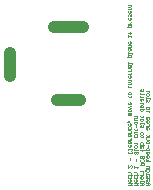
<source format=gm1>
G04*
G04 #@! TF.GenerationSoftware,Altium Limited,Altium Designer,18.1.6 (161)*
G04*
G04 Layer_Color=16711935*
%FSLAX25Y25*%
%MOIN*%
G70*
G01*
G75*
%ADD68C,0.03937*%
%ADD69C,0.00118*%
D68*
X966500Y108500D02*
X974374D01*
X950752Y116374D02*
Y124248D01*
X965516Y132909D02*
X975358D01*
D69*
X990382Y80098D02*
X991562D01*
X991169Y80492D01*
X991562Y80886D01*
X990382D01*
Y81870D02*
Y81476D01*
X990578Y81279D01*
X990972D01*
X991169Y81476D01*
Y81870D01*
X990972Y82066D01*
X990775D01*
Y81279D01*
X991169Y83247D02*
Y82657D01*
X990972Y82460D01*
X990578D01*
X990382Y82657D01*
Y83247D01*
X991562Y83641D02*
X990382D01*
X990972D01*
X991169Y83837D01*
Y84231D01*
X990972Y84428D01*
X990382D01*
Y86789D02*
Y86002D01*
X991169Y86789D01*
X991366D01*
X991562Y86592D01*
Y86199D01*
X991366Y86002D01*
X990972Y88363D02*
Y89151D01*
X991366Y91512D02*
X991562Y91315D01*
Y90922D01*
X991366Y90725D01*
X990578D01*
X990382Y90922D01*
Y91315D01*
X990578Y91512D01*
X990382Y91906D02*
Y92299D01*
Y92102D01*
X991562D01*
Y91906D01*
X990382Y93480D02*
Y93086D01*
X990578Y92889D01*
X990972D01*
X991169Y93086D01*
Y93480D01*
X990972Y93677D01*
X990775D01*
Y92889D01*
X991169Y94267D02*
Y94661D01*
X990972Y94857D01*
X990382D01*
Y94267D01*
X990578Y94070D01*
X990775Y94267D01*
Y94857D01*
X991169Y95251D02*
X990382D01*
X990775D01*
X990972Y95448D01*
X991169Y95644D01*
Y95841D01*
Y96628D02*
Y97022D01*
X990972Y97219D01*
X990382D01*
Y96628D01*
X990578Y96432D01*
X990775Y96628D01*
Y97219D01*
X990382Y97612D02*
X991169D01*
Y98203D01*
X990972Y98400D01*
X990382D01*
X991169Y99580D02*
Y98990D01*
X990972Y98793D01*
X990578D01*
X990382Y98990D01*
Y99580D01*
Y100564D02*
Y100171D01*
X990578Y99974D01*
X990972D01*
X991169Y100171D01*
Y100564D01*
X990972Y100761D01*
X990775D01*
Y99974D01*
X990185Y101351D02*
X990382Y101548D01*
X990578D01*
Y101351D01*
X990382D01*
Y101548D01*
X990185Y101351D01*
X989988Y101155D01*
X990382Y103516D02*
X991169D01*
Y103713D01*
X990972Y103910D01*
X990382D01*
X990972D01*
X991169Y104106D01*
X990972Y104303D01*
X990382D01*
Y104894D02*
Y105287D01*
X990578Y105484D01*
X990972D01*
X991169Y105287D01*
Y104894D01*
X990972Y104697D01*
X990578D01*
X990382Y104894D01*
X991169Y105877D02*
X990382Y106271D01*
X991169Y106665D01*
X990382Y107649D02*
Y107255D01*
X990578Y107058D01*
X990972D01*
X991169Y107255D01*
Y107649D01*
X990972Y107845D01*
X990775D01*
Y107058D01*
X991366Y109616D02*
X991169D01*
Y109420D01*
Y109813D01*
Y109616D01*
X990578D01*
X990382Y109813D01*
Y110600D02*
Y110994D01*
X990578Y111191D01*
X990972D01*
X991169Y110994D01*
Y110600D01*
X990972Y110404D01*
X990578D01*
X990382Y110600D01*
Y112765D02*
Y113159D01*
Y112962D01*
X991169D01*
Y112765D01*
X990382Y113749D02*
X991169D01*
Y114339D01*
X990972Y114536D01*
X990382D01*
X991366Y115126D02*
X991169D01*
Y114930D01*
Y115323D01*
Y115126D01*
X990578D01*
X990382Y115323D01*
Y116504D02*
Y116110D01*
X990578Y115914D01*
X990972D01*
X991169Y116110D01*
Y116504D01*
X990972Y116701D01*
X990775D01*
Y115914D01*
X991169Y117094D02*
X990382D01*
X990775D01*
X990972Y117291D01*
X991169Y117488D01*
Y117685D01*
X990382Y118275D02*
X991169D01*
Y118865D01*
X990972Y119062D01*
X990382D01*
X991169Y119652D02*
Y120046D01*
X990972Y120243D01*
X990382D01*
Y119652D01*
X990578Y119456D01*
X990775Y119652D01*
Y120243D01*
X990382Y120636D02*
Y121030D01*
Y120833D01*
X991562D01*
Y120636D01*
X989988Y122801D02*
X991169D01*
Y123391D01*
X990972Y123588D01*
X990578D01*
X990382Y123391D01*
Y122801D01*
Y123982D02*
Y124375D01*
Y124179D01*
X991562D01*
Y123982D01*
X991169Y125162D02*
Y125556D01*
X990972Y125753D01*
X990382D01*
Y125162D01*
X990578Y124966D01*
X990775Y125162D01*
Y125753D01*
X990382Y126146D02*
X991169D01*
Y126737D01*
X990972Y126934D01*
X990382D01*
Y127918D02*
Y127524D01*
X990578Y127327D01*
X990972D01*
X991169Y127524D01*
Y127918D01*
X990972Y128114D01*
X990775D01*
Y127327D01*
X990382Y129689D02*
Y130082D01*
Y129885D01*
X991169D01*
Y129689D01*
X990382Y130869D02*
X991366D01*
X990972D01*
Y130673D01*
Y131066D01*
Y130869D01*
X991366D01*
X991562Y131066D01*
X989988Y132837D02*
X991169D01*
Y133428D01*
X990972Y133624D01*
X990578D01*
X990382Y133428D01*
Y132837D01*
X991169Y134018D02*
X990382D01*
X990775D01*
X990972Y134215D01*
X991169Y134412D01*
Y134608D01*
X990382Y135789D02*
Y135395D01*
X990578Y135199D01*
X990972D01*
X991169Y135395D01*
Y135789D01*
X990972Y135986D01*
X990775D01*
Y135199D01*
X990382Y136379D02*
Y136970D01*
X990578Y137167D01*
X990775Y136970D01*
Y136576D01*
X990972Y136379D01*
X991169Y136576D01*
Y137167D01*
X990382Y138150D02*
Y137757D01*
X990578Y137560D01*
X990972D01*
X991169Y137757D01*
Y138150D01*
X990972Y138347D01*
X990775D01*
Y137560D01*
X990382Y138741D02*
X991169D01*
Y139331D01*
X990972Y139528D01*
X990382D01*
X991366Y140118D02*
X991169D01*
Y139921D01*
Y140315D01*
Y140118D01*
X990578D01*
X990382Y140315D01*
X992350Y80098D02*
X993531D01*
X993137Y80492D01*
X993531Y80886D01*
X992350D01*
Y81870D02*
Y81476D01*
X992547Y81279D01*
X992940D01*
X993137Y81476D01*
Y81870D01*
X992940Y82066D01*
X992744D01*
Y81279D01*
X993137Y83247D02*
Y82657D01*
X992940Y82460D01*
X992547D01*
X992350Y82657D01*
Y83247D01*
X993531Y83641D02*
X992350D01*
X992940D01*
X993137Y83837D01*
Y84231D01*
X992940Y84428D01*
X992350D01*
Y86002D02*
Y86396D01*
Y86199D01*
X993531D01*
X993334Y86002D01*
X992940Y88167D02*
Y88954D01*
X993334Y91315D02*
X993531Y91118D01*
Y90725D01*
X993334Y90528D01*
X993137D01*
X992940Y90725D01*
Y91118D01*
X992744Y91315D01*
X992547D01*
X992350Y91118D01*
Y90725D01*
X992547Y90528D01*
X992350Y91709D02*
Y92102D01*
Y91906D01*
X993531D01*
Y91709D01*
X992350Y92889D02*
Y93283D01*
X992547Y93480D01*
X992940D01*
X993137Y93283D01*
Y92889D01*
X992940Y92693D01*
X992547D01*
X992350Y92889D01*
X993334Y94070D02*
X993137D01*
Y93874D01*
Y94267D01*
Y94070D01*
X992547D01*
X992350Y94267D01*
X993137Y96825D02*
Y96235D01*
X992940Y96038D01*
X992547D01*
X992350Y96235D01*
Y96825D01*
X993137Y97219D02*
X992547D01*
X992350Y97416D01*
Y98006D01*
X993137D01*
X993334Y98596D02*
X993137D01*
Y98400D01*
Y98793D01*
Y98596D01*
X992547D01*
X992350Y98793D01*
X992940Y99383D02*
Y100171D01*
X992350Y100761D02*
Y101155D01*
X992547Y101351D01*
X992940D01*
X993137Y101155D01*
Y100761D01*
X992940Y100564D01*
X992547D01*
X992350Y100761D01*
X993137Y101745D02*
X992547D01*
X992350Y101942D01*
Y102532D01*
X993137D01*
X993334Y103122D02*
X993137D01*
Y102926D01*
Y103319D01*
Y103122D01*
X992547D01*
X992350Y103319D01*
X996287Y80098D02*
X997074D01*
X997468Y80492D01*
X997074Y80886D01*
X996287D01*
X996877D01*
Y80098D01*
X996287Y81279D02*
Y81870D01*
X996484Y82066D01*
X996681Y81870D01*
Y81476D01*
X996877Y81279D01*
X997074Y81476D01*
Y82066D01*
X996287Y82460D02*
Y83050D01*
X996484Y83247D01*
X996681Y83050D01*
Y82657D01*
X996877Y82460D01*
X997074Y82657D01*
Y83247D01*
X996287Y83641D02*
Y84034D01*
Y83837D01*
X997074D01*
Y83641D01*
X995893Y85018D02*
Y85215D01*
X996090Y85412D01*
X997074D01*
Y84821D01*
X996877Y84624D01*
X996484D01*
X996287Y84821D01*
Y85412D01*
Y85805D02*
X997074D01*
Y86396D01*
X996877Y86592D01*
X996287D01*
Y88167D02*
X997468D01*
X996681D02*
X997074Y88757D01*
X996681Y88167D02*
X996287Y88757D01*
Y89938D02*
Y89544D01*
X996484Y89347D01*
X996877D01*
X997074Y89544D01*
Y89938D01*
X996877Y90135D01*
X996681D01*
Y89347D01*
X996287Y91118D02*
Y90725D01*
X996484Y90528D01*
X996877D01*
X997074Y90725D01*
Y91118D01*
X996877Y91315D01*
X996681D01*
Y90528D01*
X995893Y91709D02*
X997074D01*
Y92299D01*
X996877Y92496D01*
X996484D01*
X996287Y92299D01*
Y91709D01*
X996877Y92889D02*
Y93677D01*
X996287Y94267D02*
Y94661D01*
X996484Y94857D01*
X996877D01*
X997074Y94661D01*
Y94267D01*
X996877Y94070D01*
X996484D01*
X996287Y94267D01*
X997074Y95251D02*
X996484D01*
X996287Y95448D01*
Y96038D01*
X997074D01*
X997271Y96628D02*
X997074D01*
Y96432D01*
Y96825D01*
Y96628D01*
X996484D01*
X996287Y96825D01*
X997074Y98793D02*
Y99187D01*
X996877Y99383D01*
X996287D01*
Y98793D01*
X996484Y98596D01*
X996681Y98793D01*
Y99383D01*
X997074Y99777D02*
X996287D01*
X996681D01*
X996877Y99974D01*
X997074Y100171D01*
Y100367D01*
X996287Y101548D02*
Y101155D01*
X996484Y100958D01*
X996877D01*
X997074Y101155D01*
Y101548D01*
X996877Y101745D01*
X996681D01*
Y100958D01*
X997074Y102335D02*
Y102729D01*
X996877Y102926D01*
X996287D01*
Y102335D01*
X996484Y102138D01*
X996681Y102335D01*
Y102926D01*
X997271Y104697D02*
X997074D01*
Y104500D01*
Y104894D01*
Y104697D01*
X996484D01*
X996287Y104894D01*
Y105681D02*
Y106074D01*
X996484Y106271D01*
X996877D01*
X997074Y106074D01*
Y105681D01*
X996877Y105484D01*
X996484D01*
X996287Y105681D01*
Y107845D02*
Y108436D01*
X996484Y108633D01*
X996681Y108436D01*
Y108042D01*
X996877Y107845D01*
X997074Y108042D01*
Y108633D01*
X996287Y109026D02*
Y109420D01*
Y109223D01*
X997468D01*
Y109026D01*
X996287Y110207D02*
Y110600D01*
X996484Y110797D01*
X996877D01*
X997074Y110600D01*
Y110207D01*
X996877Y110010D01*
X996484D01*
X996287Y110207D01*
X997271Y111388D02*
X997074D01*
Y111191D01*
Y111584D01*
Y111388D01*
X996484D01*
X996287Y111584D01*
X994318Y80098D02*
X995106D01*
X995499Y80492D01*
X995106Y80886D01*
X994318D01*
X994909D01*
Y80098D01*
X994318Y81279D02*
Y81673D01*
Y81476D01*
X995499D01*
Y81279D01*
X994318Y82853D02*
Y82460D01*
X994515Y82263D01*
X994909D01*
X995106Y82460D01*
Y82853D01*
X994909Y83050D01*
X994712D01*
Y82263D01*
X995106Y83444D02*
X994318D01*
X994712D01*
X994909Y83641D01*
X995106Y83837D01*
Y84034D01*
X995302Y84821D02*
X995106D01*
Y84624D01*
Y85018D01*
Y84821D01*
X994515D01*
X994318Y85018D01*
Y86789D02*
X995499D01*
Y87379D01*
X995302Y87576D01*
X994909D01*
X994712Y87379D01*
Y86789D01*
X995302Y88757D02*
X995499Y88560D01*
Y88167D01*
X995302Y87970D01*
X994515D01*
X994318Y88167D01*
Y88560D01*
X994515Y88757D01*
X995499Y89151D02*
X994318D01*
Y89741D01*
X994515Y89938D01*
X994712D01*
X994909Y89741D01*
Y89151D01*
Y89741D01*
X995106Y89938D01*
X995302D01*
X995499Y89741D01*
Y89151D01*
X994318Y91709D02*
X995302D01*
X994909D01*
Y91512D01*
Y91906D01*
Y91709D01*
X995302D01*
X995499Y91906D01*
X995106Y92693D02*
Y93086D01*
X994909Y93283D01*
X994318D01*
Y92693D01*
X994515Y92496D01*
X994712Y92693D01*
Y93283D01*
X995499Y93677D02*
X994318D01*
Y94267D01*
X994515Y94464D01*
X994712D01*
X994909D01*
X995106Y94267D01*
Y93677D01*
X995302Y96235D02*
X995106D01*
Y96038D01*
Y96432D01*
Y96235D01*
X994515D01*
X994318Y96432D01*
Y97219D02*
Y97612D01*
X994515Y97809D01*
X994909D01*
X995106Y97612D01*
Y97219D01*
X994909Y97022D01*
X994515D01*
X994318Y97219D01*
Y99383D02*
Y99974D01*
X994515Y100171D01*
X994712Y99974D01*
Y99580D01*
X994909Y99383D01*
X995106Y99580D01*
Y100171D01*
X994318Y100564D02*
Y100958D01*
Y100761D01*
X995499D01*
Y100564D01*
X994318Y101745D02*
Y102138D01*
X994515Y102335D01*
X994909D01*
X995106Y102138D01*
Y101745D01*
X994909Y101548D01*
X994515D01*
X994318Y101745D01*
X995302Y102926D02*
X995106D01*
Y102729D01*
Y103122D01*
Y102926D01*
X994515D01*
X994318Y103122D01*
X995499Y105681D02*
X994318D01*
Y105090D01*
X994515Y104894D01*
X994909D01*
X995106Y105090D01*
Y105681D01*
X994318Y106665D02*
Y106271D01*
X994515Y106074D01*
X994909D01*
X995106Y106271D01*
Y106665D01*
X994909Y106861D01*
X994712D01*
Y106074D01*
X995302Y107452D02*
X995106D01*
Y107255D01*
Y107649D01*
Y107452D01*
X994515D01*
X994318Y107649D01*
X995106Y108436D02*
Y108829D01*
X994909Y109026D01*
X994318D01*
Y108436D01*
X994515Y108239D01*
X994712Y108436D01*
Y109026D01*
X994318Y109420D02*
Y109813D01*
Y109616D01*
X995106D01*
Y109420D01*
X994318Y110404D02*
Y110797D01*
Y110600D01*
X995499D01*
Y110404D01*
X994318Y111387D02*
Y111978D01*
X994515Y112175D01*
X994712Y111978D01*
Y111584D01*
X994909Y111387D01*
X995106Y111584D01*
Y112175D01*
M02*

</source>
